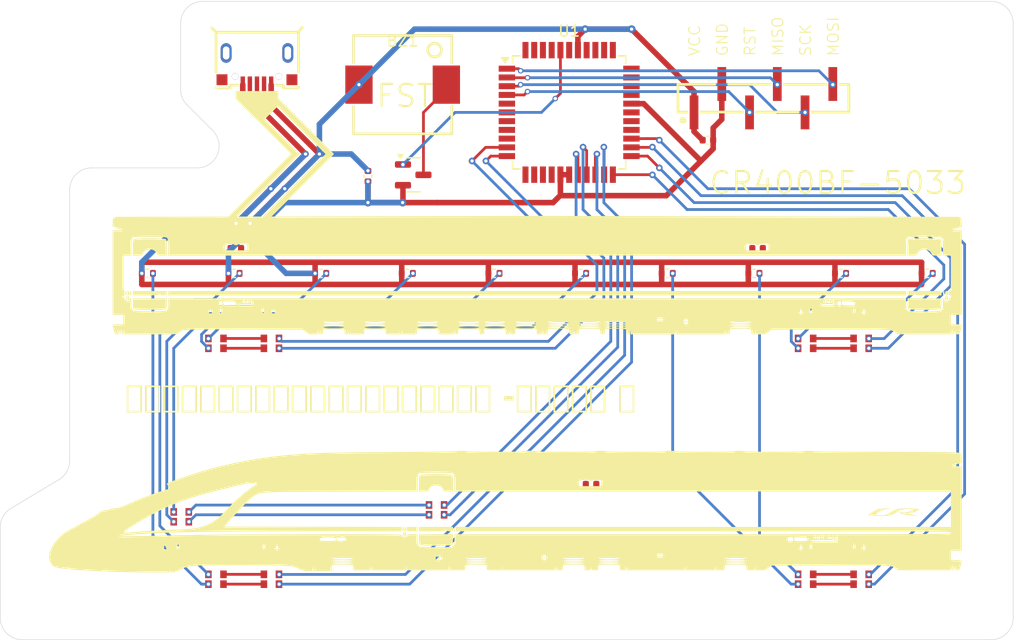
<source format=kicad_pcb>
(kicad_pcb (version 20240108) (generator "pcbnew") (generator_version "8.0")
  (layers (0 "F.Cu" signal) (31 "B.Cu" signal) (34 "B.Paste" user) (35 "F.Paste" user) (36 "B.SilkS" user "B.Silkscreen") (37 "F.SilkS" user "F.Silkscreen") (38 "B.Mask" user) (39 "F.Mask" user) (44 "Edge.Cuts" user))
  (net 0 "")
  (net 1 "Net-(D3-A1)")
  (net 2 "Net-(D3-A2)")
  (net 3 "Net-(D3-K1)")
  (net 4 "Net-(D3-K2)")
  (net 6 "VCC")
  (net 9 "3.1")
  (net 10 "3.6")
  (net 12 "3.7")
  (net 16 "GND")
  (net 17 "Net-(J1-Pin_3)")
  (net 18 "Net-(J1-Pin_5)")
  (net 19 "Net-(J1-Pin_6)")
  (net 21 "3.0")
  (net 24 "3.3")
  (net 26 "Net-(J1-Pin_4)")
  (net 27 "3.2")
  (net 28 "Net-(Q1-G)")
  (net 29 "Net-(D7-A1)")
  (net 30 "Net-(D7-K2)")
  (net 31 "Net-(D7-K1)")
  (net 32 "Net-(D7-A2)")
  (net 33 "Net-(D9-K1)")
  (net 34 "Net-(D10-K1)")
  (net 35 "Net-(D10-K2)")
  (net 36 "Net-(D9-K2)")
  (net 37 "Net-(D5-A1)")
  (net 38 "Net-(D5-A2)")
  (net 39 "Net-(D5-K1)")
  (net 40 "Net-(D5-K2)")
  (net 41 "Net-(D1-K1)")
  (net 42 "Net-(D1-K2)")
  (net 43 "Net-(D1-A2)")
  (net 44 "Net-(D1-A1)")
  (net 49 "Net-(BZ1--)")
  (net 56 "2.1")
  (net 57 "2.0")
  (net 58 "2.2")
  (net 59 "2.3")
  (net 60 "2.4")
  (net 61 "2.5")
  (net 62 "2.7")
  (net 63 "2.6")
  (net 72 "Net-(D6-A2)")
  (net 73 "Net-(D6-A1)")
  (footprint "hacky-holidays:LED-ARRAY-SMD_4P-L1.6-W1.5-BR-A" (layer "F.Cu") (at 92.13 106.23)
    (property "Reference" "D2" (hide yes))
    (property "Value" "LED_Dual_AKAK")
  )
  (footprint "hacky-holidays:R_0402_1005Metric" (layer "F.Cu") (at 96.634888 78.232)
    (property "Reference" "R3" (hide yes))
    (property "Value" "R_US")
  )
  (footprint "hacky-holidays:LED-ARRAY-SMD_4P-L1.6-W1.5-BR-A" (layer "F.Cu") (at 146.105 84.64)
    (property "Reference" "D8" (hide yes))
    (property "Value" "LED_Dual_AKAK")
  )
  (footprint "hacky-holidays:BUZ-SMD_FST-9018" (layer "F.Cu") (at 104.14 60.96)
    (property "Reference" "BZ1")
    (property "Value" "Buzzer")
  )
  (footprint "hacky-holidays:R_0402_1005Metric" (layer "F.Cu") (at 112.495776 78.232)
    (property "Reference" "R5" (hide yes))
    (property "Value" "R_US")
  )
  (footprint "hacky-holidays:LED-ARRAY-SMD_4P-L1.6-W1.5-BR-A" (layer "F.Cu") (at 107.243 99.88)
    (property "Reference" "D10" (hide yes))
    (property "Value" "LED_Dual_AKAK")
  )
  (footprint "hacky-holidays:CR400BF_tou" (layer "F.Cu") (at 154.94 105.41)
    (property "Reference" "REF**" (hide yes))
    (property "Value" "CR400BF_tou")
  )
  (footprint "hacky-holidays:LED-ARRAY-SMD_4P-L1.6-W1.5-BR-A" (layer "F.Cu") (at 141.025 106.23)
    (property "Reference" "D3" (hide yes))
    (property "Value" "LED_Dual_AKAK")
  )
  (footprint "hacky-holidays:LED-ARRAY-SMD_4P-L1.6-W1.5-BR-A" (layer "F.Cu") (at 146.105 106.23)
    (property "Reference" "D4" (hide yes))
    (property "Value" "LED_Dual_AKAK")
  )
  (footprint "hacky-holidays:R_0402_1005Metric" (layer "F.Cu") (at 136.287108 78.232)
    (property "Reference" "R8" (hide yes))
    (property "Value" "R_US")
  )
  (footprint "hacky-holidays:R_0402_1005Metric" (layer "F.Cu") (at 128.356664 78.232)
    (property "Reference" "R7" (hide yes))
    (property "Value" "R_US")
  )
  (footprint "hacky-holidays:C_0402_1005Metric" (layer "F.Cu") (at 132.08 66.04)
    (property "Reference" "C4" (hide yes))
    (property "Value" "C")
  )
  (footprint "hacky-holidays:R_0402_1005Metric" (layer "F.Cu") (at 88.704444 78.232)
    (property "Reference" "R2" (hide yes))
    (property "Value" "R_US")
  )
  (footprint "hacky-holidays:R_0402_1005Metric" (layer "F.Cu") (at 144.217552 78.232)
    (property "Reference" "R9" (hide yes))
    (property "Value" "R_US")
  )
  (footprint "hacky-holidays:LED-ARRAY-SMD_4P-L1.6-W1.5-BR-A" (layer "F.Cu") (at 87.05 84.64)
    (property "Reference" "D5" (hide yes))
    (property "Value" "LED_Dual_AKAK")
  )
  (footprint "hacky-holidays:C_0402_1005Metric" (layer "F.Cu") (at 136.624 75.946 180)
    (property "Reference" "C2" (hide yes))
    (property "Value" "C")
  )
  (footprint "hacky-holidays:R_0402_1005Metric" (layer "F.Cu") (at 120.42622 78.232)
    (property "Reference" "R6" (hide yes))
    (property "Value" "R_US")
  )
  (footprint "hacky-holidays:LED-ARRAY-SMD_4P-L1.6-W1.5-BR-A" (layer "F.Cu") (at 92.13 84.64)
    (property "Reference" "D6" (hide yes))
    (property "Value" "LED_Dual_AKAK")
  )
  (footprint "hacky-holidays:HDR-SMD_6P-P2.54-V-M-S4.8" (layer "F.Cu") (at 137.16 62.2)
    (property "Reference" "J1" (hide yes))
    (property "Value" "Conn_01x06")
  )
  (footprint "hacky-holidays:TQFP-44_10x10mm_P0.8mm" (layer "F.Cu") (at 119.38 63.5)
    (property "Reference" "U1")
    (property "Value" "AT89x51xxA")
  )
  (footprint "hacky-holidays:CR400BF_zhong" (layer "F.Cu") (at 154.94 83.82)
    (property "Reference" "REF**" (hide yes))
    (property "Value" "CR400BF_zhong")
  )
  (footprint "hacky-holidays:R_0402_1005Metric" (layer "F.Cu") (at 152.148 78.232)
    (property "Reference" "R10" (hide yes))
    (property "Value" "R_US")
  )
  (footprint "hacky-holidays:R_0402_1005Metric" (layer "F.Cu") (at 80.774 78.232)
    (property "Reference" "R1" (hide yes))
    (property "Value" "R_US")
  )
  (footprint "hacky-holidays:LED-ARRAY-SMD_4P-L1.6-W1.5-BR-A" (layer "F.Cu") (at 141.025 84.64)
    (property "Reference" "D7" (hide yes))
    (property "Value" "LED_Dual_AKAK")
  )
  (footprint "hacky-holidays:MountingHole_5mm" (layer "F.Cu") (at 153.67 59.69)
    (property "Reference" "REF**" (hide yes))
    (property "Value" "MountingHole_5mm")
  )
  (footprint "hacky-holidays:LED-ARRAY-SMD_4P-L1.6-W1.5-BR-A" (layer "F.Cu") (at 87.05 106.23)
    (property "Reference" "D1" (hide yes))
    (property "Value" "LED_Dual_AKAK")
  )
  (footprint "hacky-holidays:LED-ARRAY-SMD_4P-L1.6-W1.5-BR-A" (layer "F.Cu") (at 83.875 100.515)
    (property "Reference" "D9" (hide yes))
    (property "Value" "LED_Dual_AKAK")
  )
  (footprint "hacky-holidays:MICRO-USB-SMD_USB-MR-D-023" (layer "F.Cu") (at 90.805 59.51 180)
    (property "Reference" "J2" (hide yes))
    (property "Value" "USB_B_Micro")
  )
  (footprint "hacky-holidays:R_0402_1005Metric" (layer "F.Cu") (at 104.565332 78.232)
    (property "Reference" "R4" (hide yes))
    (property "Value" "R_US")
  )
  (footprint "hacky-holidays:SOT-23" (layer "F.Cu") (at 105.1052 69.215)
    (property "Reference" "Q1" (hide yes))
    (property "Value" "2N7002")
  )
  (footprint "hacky-holidays:C_0402_1005Metric" (layer "F.Cu") (at 88.872 75.946 180)
    (property "Reference" "C1" (hide yes))
    (property "Value" "C")
  )
  (footprint "hacky-holidays:C_0402_1005Metric" (layer "F.Cu") (at 121.384 97.536 180)
    (property "Reference" "C3" (hide yes))
    (property "Value" "C")
  )
  (footprint "hacky-holidays:C_0402_1005Metric" (layer "F.Cu") (at 100.965 69.342 -90)
    (property "Reference" "C5" (hide yes))
    (property "Value" "C")
  )
  (gr_poly (pts (xy 92.71 62.23) (xy 92.71 62.865) (xy 91.44 64.135) (xy 90.805 64.135) (xy 88.9 62.23)) (stroke (width 0.1)) (fill solid) (layer "F.SilkS"))
  (gr_poly (pts (xy 90.805 73.66) (xy 97.155 67.31) (xy 92.71 62.865) (xy 92.71 62.23) (xy 97.79 67.31) (xy 91.44 73.66)) (stroke (width 0.1)) (fill solid) (layer "F.SilkS"))
  (gr_poly (pts (xy 87.63 73.66) (xy 93.98 67.31) (xy 89.535 62.865) (xy 90.17 62.865) (xy 94.615 67.31) (xy 88.265 73.66)) (stroke (width 0.1)) (fill solid) (layer "F.SilkS"))
  (gr_poly (pts (xy 88.9 62.23) (xy 88.9 61.595) (xy 92.71 61.595) (xy 92.71 62.23)) (stroke (width 0.1)) (fill solid) (layer "F.SilkS"))
  (gr_arc (start 69.31 111.76) (mid 67.895786 111.174214) (end 67.31 109.76) (stroke (width 0.05)) (layer "Edge.Cuts"))
  (gr_line (start 68.281008 99.747395) (end 72.688992 97.102605) (stroke (width 0.05)) (layer "Edge.Cuts"))
  (gr_arc (start 84.405786 62.815786) (mid 83.97225 62.166938) (end 83.82 61.401573) (stroke (width 0.05)) (layer "Edge.Cuts"))
  (gr_arc (start 83.82 55.34) (mid 84.405786 53.925786) (end 85.82 53.34) (stroke (width 0.05)) (layer "Edge.Cuts"))
  (gr_line (start 85.82 53.34) (end 158.02 53.34) (stroke (width 0.05)) (layer "Edge.Cuts"))
  (gr_line (start 73.66 95.387619) (end 73.66 70.58) (stroke (width 0.05)) (layer "Edge.Cuts"))
  (gr_line (start 83.82 61.401573) (end 83.82 55.34) (stroke (width 0.05)) (layer "Edge.Cuts"))
  (gr_line (start 67.31 109.76) (end 67.31 101.462381) (stroke (width 0.05)) (layer "Edge.Cuts"))
  (gr_arc (start 73.66 70.58) (mid 74.245786 69.165786) (end 75.66 68.58) (stroke (width 0.05)) (layer "Edge.Cuts"))
  (gr_arc (start 86.756 65.165786) (mid 87.189546 67.345367) (end 85.341786 68.58) (stroke (width 0.05)) (layer "Edge.Cuts"))
  (gr_line (start 158.02 111.76) (end 69.31 111.76) (stroke (width 0.05)) (layer "Edge.Cuts"))
  (gr_line (start 86.756 65.165786) (end 84.405786 62.815786) (stroke (width 0.05)) (layer "Edge.Cuts"))
  (gr_arc (start 158.02 53.34) (mid 159.434214 53.925786) (end 160.02 55.34) (stroke (width 0.05)) (layer "Edge.Cuts"))
  (gr_line (start 160.02 55.34) (end 160.02 109.76) (stroke (width 0.05)) (layer "Edge.Cuts"))
  (gr_line (start 75.66 68.58) (end 85.341786 68.58) (stroke (width 0.05)) (layer "Edge.Cuts"))
  (gr_arc (start 73.66 95.387619) (mid 73.400393 96.37301) (end 72.688992 97.102605) (stroke (width 0.05)) (layer "Edge.Cuts"))
  (gr_arc (start 67.31 101.462381) (mid 67.569607 100.47699) (end 68.281008 99.747395) (stroke (width 0.05)) (layer "Edge.Cuts"))
  (gr_arc (start 160.02 109.76) (mid 159.434214 111.174214) (end 158.02 111.76) (stroke (width 0.05)) (layer "Edge.Cuts"))
  (gr_text "快门一按，行车中断。造成事故，移交法办。 -成都铁路局 宣" (at 78.74 90.805 0) (layer "F.SilkS") (effects (font (size 2 2) (thickness 0.4) (bold yes)) (justify left bottom)))
  (gr_text "CR400BF-5033" (at 132.08 71.12 0) (layer "F.SilkS") (effects (font (size 2 2) (thickness 0.2) (bold yes)) (justify left bottom)))
  (gr_text "VCC" (at 131.445 58.42 90) (layer "F.SilkS") (effects (font (size 1 1) (thickness 0.1)) (justify left bottom)))
  (gr_text "MOSI" (at 144.145 58.42 90) (layer "F.SilkS") (effects (font (size 1 1) (thickness 0.1)) (justify left bottom)))
  (gr_text "MISO" (at 139.065 58.42 90) (layer "F.SilkS") (effects (font (size 1 1) (thickness 0.1)) (justify left bottom)))
  (gr_text "SCK" (at 141.605 58.42 90) (layer "F.SilkS") (effects (font (size 1 1) (thickness 0.1)) (justify left bottom)))
  (gr_text "GND" (at 133.985 58.42 90) (layer "F.SilkS") (effects (font (size 1 1) (thickness 0.1)) (justify left bottom)))
  (gr_text "RST" (at 136.525 58.42 90) (layer "F.SilkS") (effects (font (size 1 1) (thickness 0.1)) (justify left bottom)))
  (segment (start 145.415 106.68) (end 141.715 106.68) (width 0.254) (layer "F.Cu") (net 1))
  (segment (start 141.715 105.78) (end 145.415 105.78) (width 0.254) (layer "F.Cu") (net 2))
  (segment (start 128.866664 78.232) (end 128.8542 78.232) (width 0.254) (layer "F.Cu") (net 3))
  (via (at 128.8542 78.232) (size 0.5) (drill 0.3) (layers "F.Cu" "B.Cu") (net 3))
  (via (at 140.335 106.68) (size 0.5) (drill 0.3) (layers "F.Cu" "B.Cu") (net 3))
  (segment (start 140.335 106.68) (end 139.7 106.68) (width 0.254) (layer "B.Cu") (net 3))
  (segment (start 139.7 106.68) (end 128.8542 95.8342) (width 0.254) (layer "B.Cu") (net 3))
  (segment (start 128.8542 95.8342) (end 128.8542 78.232) (width 0.254) (layer "B.Cu") (net 3))
  (segment (start 136.797108 78.232) (end 136.8044 78.232) (width 0.254) (layer "F.Cu") (net 4))
  (segment (start 140.335 105.78) (end 140.335 105.791) (width 0.254) (layer "F.Cu") (net 4))
  (via (at 136.8044 78.232) (size 0.5) (drill 0.3) (layers "F.Cu" "B.Cu") (net 4))
  (via (at 140.335 105.791) (size 0.5) (drill 0.3) (layers "F.Cu" "B.Cu") (net 4))
  (segment (start 140.335 105.791) (end 136.8044 102.2604) (width 0.254) (layer "B.Cu") (net 4))
  (segment (start 136.8044 102.2604) (end 136.8044 78.232) (width 0.254) (layer "B.Cu") (net 4))
  (segment (start 130.81 63.5) (end 130.81 65.25) (width 0.508) (layer "F.Cu") (net 6))
  (segment (start 120.18 57.8) (end 120.18 56.542) (width 0.508) (layer "F.Cu") (net 6))
  (segment (start 100.14 60.96) (end 100.076 60.96) (width 0.508) (layer "F.Cu") (net 6))
  (segment (start 92.105 62.895) (end 92.105 60.96) (width 0.508) (layer "F.Cu") (net 6))
  (segment (start 125.095 55.88) (end 130.81 61.595) (width 0.508) (layer "F.Cu") (net 6))
  (segment (start 90.17 73.66) (end 96.52 67.31) (width 0.508) (layer "F.Cu") (net 6))
  (segment (start 130.81 61.595) (end 130.81 63.5) (width 0.508) (layer "F.Cu") (net 6))
  (segment (start 120.18 56.542) (end 120.842 55.88) (width 0.508) (layer "F.Cu") (net 6))
  (segment (start 100.965 68.862) (end 100.965 68.834) (width 0.508) (layer "F.Cu") (net 6))
  (segment (start 96.52 67.31) (end 92.105 62.895) (width 0.508) (layer "F.Cu") (net 6))
  (segment (start 130.81 65.25) (end 131.6 66.04) (width 0.508) (layer "F.Cu") (net 6))
  (segment (start 120.842 55.88) (end 125.095 55.88) (width 0.508) (layer "F.Cu") (net 6))
  (via (at 93.345 70.485) (size 0.6) (drill 0.3) (layers "F.Cu" "B.Cu") (net 6))
  (via (at 90.17 73.66) (size 0.7) (drill 0.3) (layers "F.Cu" "B.Cu") (net 6))
  (via (at 100.14 60.96) (size 0.7) (drill 0.3) (layers "F.Cu" "B.Cu") (net 6))
  (via (at 125.095 55.88) (size 0.7) (drill 0.3) (layers "F.Cu" "B.Cu") (net 6))
  (via (at 96.52 67.31) (size 0.6) (drill 0.3) (layers "F.Cu" "B.Cu") (net 6))
  (via (at 120.842 55.88) (size 0.7) (drill 0.3) (layers "F.Cu" "B.Cu") (net 6))
  (via (at 100.965 68.834) (size 0.5) (drill 0.3) (layers "F.Cu" "B.Cu") (net 6))
  (segment (start 90.17 73.66) (end 96.52 67.31) (width 0.508) (layer "B.Cu") (net 6))
  (segment (start 100.14 60.96) (end 96.52 64.58) (width 0.508) (layer "B.Cu") (net 6))
  (segment (start 99.441 67.31) (end 100.965 68.834) (width 0.508) (layer "B.Cu") (net 6))
  (segment (start 96.52 64.58) (end 96.52 67.31) (width 0.508) (layer "B.Cu") (net 6))
  (segment (start 96.52 67.31) (end 99.441 67.31) (width 0.508) (layer "B.Cu") (net 6))
  (segment (start 105.22 55.88) (end 100.14 60.96) (width 0.508) (layer "B.Cu") (net 6))
  (segment (start 125.095 55.88) (end 106.68 55.88) (width 0.508) (layer "B.Cu") (net 6))
  (segment (start 106.68 55.88) (end 105.22 55.88) (width 0.508) (layer "B.Cu") (net 6))
  (segment (start 132.56 64.925) (end 133.35 64.135) (width 0.508) (layer "F.Cu") (net 16))
  (segment (start 111.985776 78.232) (end 111.985776 79.243776) (width 0.508) (layer "F.Cu") (net 16))
  (segment (start 104.14 71.755) (end 100.965 71.755) (width 0.508) (layer "F.Cu") (net 16))
  (segment (start 117.907 71.755) (end 107.315 71.755) (width 0.508) (layer "F.Cu") (net 16))
  (segment (start 135.758 79.248) (end 127.811 79.248) (width 0.508) (layer "F.Cu") (net 16))
  (segment (start 118.58 71.082) (end 117.907 71.755) (width 0.508) (layer "F.Cu") (net 16))
  (segment (start 135.777108 78.232) (end 135.777108 79.228892) (width 0.508) (layer "F.Cu") (net 16))
  (segment (start 118.58 69.2) (end 118.58 71.082) (width 0.508) (layer "F.Cu") (net 16))
  (segment (start 132.56 66.83) (end 131.445 67.945) (width 0.508) (layer "F.Cu") (net 16))
  (segment (start 88.194444 78.232) (end 88.194444 77.272444) (width 0.508) (layer "F.Cu") (net 16))
  (segment (start 96.124888 78.232) (end 96.124888 77.357112) (width 0.508) (layer "F.Cu") (net 16))
  (segment (start 95.25 67.31) (end 90.17 62.23) (width 0.508) (layer "F.Cu") (net 16))
  (segment (start 80.264 77.216) (end 151.638 77.216) (width 0.508) (layer "F.Cu") (net 16))
  (segment (start 104.1677 70.165) (end 104.1677 71.7273) (width 0.508) (layer "F.Cu") (net 16))
  (segment (start 132.56 66.04) (end 132.56 66.83) (width 0.508) (layer "F.Cu") (net 16))
  (segment (start 126.2 62.7) (end 131.445 67.945) (width 0.508) (layer "F.Cu") (net 16))
  (segment (start 88.194444 78.232) (end 88.194444 79.227556) (width 0.508) (layer "F.Cu") (net 16))
  (segment (start 151.638 77.216) (end 151.638 78.232) (width 0.508) (layer "F.Cu") (net 16))
  (segment (start 151.638 79.248) (end 143.765 79.248) (width 0.508) (layer "F.Cu") (net 16))
  (segment (start 119.38 69.2) (end 118.58 69.2) (width 0.508) (layer "F.Cu") (net 16))
  (segment (start 127.811 79.248) (end 119.909 79.248) (width 0.508) (layer "F.Cu") (net 16))
  (segment (start 88.9 73.66) (end 95.25 67.31) (width 0.508) (layer "F.Cu") (net 16))
  (segment (start 119.91622 78.232) (end 119.91622 77.24422) (width 0.508) (layer "F.Cu") (net 16))
  (segment (start 90.17 62.23) (end 89.517 62.23) (width 0.508) (layer "F.Cu") (net 16))
  (segment (start 119.909 79.248) (end 111.99 79.248) (width 0.508) (layer "F.Cu") (net 16))
  (segment (start 120.65 71.12) (end 128.27 71.12) (width 0.508) (layer "F.Cu") (net 16))
  (segment (start 104.055332 78.232) (end 104.055332 77.300668) (width 0.508) (layer "F.Cu") (net 16))
  (segment (start 89.517 62.23) (end 89.505 62.218) (width 0.508) (layer "F.Cu") (net 16))
  (segment (start 132.56 66.04) (end 132.56 64.925) (width 0.508) (layer "F.Cu") (net 16))
  (segment (start 100.965 69.822) (end 100.965 71.755) (width 0.508) (layer "F.Cu") (net 16))
  (segment (start 143.765 79.248) (end 135.758 79.248) (width 0.508) (layer "F.Cu") (net 16))
  (segment (start 111.985776 78.232) (end 111.985776 77.244224) (width 0.508) (layer "F.Cu") (net 16))
  (segment (start 119.91622 78.232) (end 119.91622 79.24078) (width 0.508) (layer "F.Cu") (net 16))
  (segment (start 127.846664 78.232) (end 127.846664 77.385336) (width 0.508) (layer "F.Cu") (net 16))
  (segment (start 111.99 79.248) (end 104.069 79.248) (width 0.508) (layer "F.Cu") (net 16))
  (segment (start 143.707552 78.232) (end 143.707552 79.190552) (width 0.508) (layer "F.Cu") (net 16))
  (segment (start 104.055332 78.232) (end 104.055332 79.234332) (width 0.508) (layer "F.Cu") (net 16))
  (segment (start 107.315 71.755) (end 104.14 71.755) (width 0.508) (layer "F.Cu") (net 16))
  (segment (start 151.638 78.232) (end 151.638 79.248) (width 0.508) (layer "F.Cu") (net 16))
  (segment (start 143.707552 78.232) (end 143.707552 77.273448) (width 0.508) (layer "F.Cu") (net 16))
  (segment (start 125.08 62.7) (end 126.2 62.7) (width 0.508) (layer "F.Cu") (net 16))
  (segment (start 135.777108 78.232) (end 135.777108 77.328892) (width 0.508) (layer "F.Cu") (net 16))
  (segment (start 118.618 71.12) (end 120.65 71.12) (width 0.508) (layer "F.Cu") (net 16))
  (segment (start 88.174 79.248) (end 80.264 79.248) (width 0.508) (layer "F.Cu") (net 16))
  (segment (start 96.12 79.248) (end 88.174 79.248) (width 0.508) (layer "F.Cu") (net 16))
  (segment (start 133.35 60.9) (end 133.35 64.135) (width 0.508) (layer "F.Cu") (net 16))
  (segment (start 104.069 79.248) (end 96.12 79.248) (width 0.508) (layer "F.Cu") (net 16))
  (segment (start 131.445 67.945) (end 128.27 71.12) (width 0.508) (layer "F.Cu") (net 16))
  (segment (start 80.264 78.232) (end 80.264 77.216) (width 0.508) (layer "F.Cu") (net 16))
  (segment (start 127.846664 78.232) (end 127.846664 79.212336) (width 0.508) (layer "F.Cu") (net 16))
  (segment (start 89.505 62.218) (end 89.505 60.96) (width 0.508) (layer "F.Cu") (net 16))
  (segment (start 80.264 79.248) (end 80.264 78.232) (width 0.508) (layer "F.Cu") (net 16))
  (segment (start 96.124888 78.232) (end 96.124888 79.243112) (width 0.508) (layer "F.Cu") (net 16))
  (via (at 104.14 71.755) (size 0.7) (drill 0.3) (layers "F.Cu" "B.Cu") (net 16))
  (via (at 96.124888 78.232) (size 0.5) (drill 0.3) (layers "F.Cu" "B.Cu") (net 16))
  (via (at 88.194444 78.232) (size 0.5) (drill 0.3) (layers "F.Cu" "B.Cu") (net 16))
  (via (at 80.264 78.232) (size 0.5) (drill 0.3) (layers "F.Cu" "B.Cu") (net 16))
  (via (at 92.075 70.485) (size 0.6) (drill 0.3) (layers "F.Cu" "B.Cu") (net 16))
  (via (at 100.965 69.822) (size 0.5) (drill 0.3) (layers "F.Cu" "B.Cu") (net 16))
  (via (at 95.25 67.31) (size 0.6) (drill 0.3) (layers "F.Cu" "B.Cu") (net 16))
  (via (at 100.965 71.755) (size 0.7) (drill 0.3) (layers "F.Cu" "B.Cu") (net 16))
  (via (at 88.9 73.66) (size 0.7) (drill 0.3) (layers "F.Cu" "B.Cu") (net 16))
  (segment (start 88.9 73.66) (end 88.9 74.295) (width 0.508) (layer "B.Cu") (net 16))
  (segment (start 100.965 69.822) (end 100.965 71.755) (width 0.508) (layer "B.Cu") (net 16))
  (segment (start 83.82 73.66) (end 88.9 73.66) (width 0.508) (layer "B.Cu") (net 16))
  (segment (start 89.535 74.93) (end 90.17 74.93) (width 0.508) (layer "B.Cu") (net 16))
  (segment (start 80.264 78.232) (end 80.264 77.216) (width 0.508) (layer "B.Cu") (net 16))
  (segment (start 88.9 73.66) (end 95.25 67.31) (width 0.508) (layer "B.Cu") (net 16))
  (segment (start 93.345 71.755) (end 104.14 71.755) (width 0.508) (layer "B.Cu") (net 16))
  (segment (start 90.17 74.93) (end 93.345 71.755) (width 0.508) (layer "B.Cu") (net 16))
  (segment (start 88.194444 76.270556) (end 89.535 74.93) (width 0.508) (layer "B.Cu") (net 16))
  (segment (start 93.472 78.232) (end 90.17 74.93) (width 0.508) (layer "B.Cu") (net 16))
  (segment (start 96.124888 78.232) (end 93.472 78.232) (width 0.508) (layer "B.Cu") (net 16))
  (segment (start 80.264 77.216) (end 83.82 73.66) (width 0.508) (layer "B.Cu") (net 16))
  (segment (start 88.194444 78.232) (end 88.194444 76.270556) (width 0.508) (layer "B.Cu") (net 16))
  (segment (start 88.9 74.295) (end 89.535 74.93) (width 0.508) (layer "B.Cu") (net 16))
  (segment (start 115.265 61.9) (end 115.57 61.595) (width 0.254) (layer "F.Cu") (net 17))
  (segment (start 113.68 61.9) (end 115.265 61.9) (width 0.254) (layer "F.Cu") (net 17))
  (via (at 135.89 63.5) (size 0.6) (drill 0.3) (layers "F.Cu" "B.Cu") (net 17))
  (via (at 115.57 61.595) (size 0.5) (drill 0.3) (layers "F.Cu" "B.Cu") (net 17))
  (segment (start 115.57 61.595) (end 133.985 61.595) (width 0.254) (layer "B.Cu") (net 17))
  (segment (start 133.985 61.595) (end 135.89 63.5) (width 0.254) (layer "B.Cu") (net 17))
  (segment (start 113.68 61.1) (end 114.795 61.1) (width 0.254) (layer "F.Cu") (net 18))
  (segment (start 114.795 61.1) (end 114.935 60.96) (width 0.254) (layer "F.Cu") (net 18))
  (via (at 140.97 63.5) (size 0.6) (drill 0.3) (layers "F.Cu" "B.Cu") (net 18))
  (via (at 114.935 60.96) (size 0.5) (drill 0.3) (layers "F.Cu" "B.Cu") (net 18))
  (segment (start 135.89 60.96) (end 114.935 60.96) (width 0.254) (layer "B.Cu") (net 18))
  (segment (start 138.43 63.5) (end 135.89 60.96) (width 0.254) (layer "B.Cu") (net 18))
  (segment (start 140.97 63.5) (end 138.43 63.5) (width 0.254) (layer "B.Cu") (net 18))
  (segment (start 113.68 59.5) (end 114.745 59.5) (width 0.254) (layer "F.Cu") (net 19))
  (segment (start 114.745 59.5) (end 114.935 59.69) (width 0.254) (layer "F.Cu") (net 19))
  (segment (start 143.51 60.9) (end 143.51 60.96) (width 0.254) (layer "F.Cu") (net 19))
  (via (at 143.51 60.96) (size 0.6) (drill 0.3) (layers "F.Cu" "B.Cu") (net 19))
  (via (at 114.935 59.69) (size 0.5) (drill 0.3) (layers "F.Cu" "B.Cu") (net 19))
  (segment (start 114.935 59.69) (end 142.24 59.69) (width 0.254) (layer "B.Cu") (net 19))
  (segment (start 142.24 59.69) (end 143.51 60.96) (width 0.254) (layer "B.Cu") (net 19))
  (segment (start 113.705 60.325) (end 115.57 60.325) (width 0.254) (layer "F.Cu") (net 26))
  (segment (start 113.68 60.3) (end 113.705 60.325) (width 0.254) (layer "F.Cu") (net 26))
  (segment (start 138.43 60.9) (end 138.43 60.96) (width 0.254) (layer "F.Cu") (net 26))
  (via (at 138.43 60.96) (size 0.6) (drill 0.3) (layers "F.Cu" "B.Cu") (net 26))
  (via (at 115.57 60.325) (size 0.5) (drill 0.3) (layers "F.Cu" "B.Cu") (net 26))
  (segment (start 137.795 60.325) (end 138.43 60.96) (width 0.254) (layer "B.Cu") (net 26))
  (segment (start 115.57 60.325) (end 137.795 60.325) (width 0.254) (layer "B.Cu") (net 26))
  (segment (start 104.1677 68.2729) (end 104.1654 68.2752) (width 0.254) (layer "F.Cu") (net 28))
  (segment (start 118.58 57.8) (end 118.58 61.76) (width 0.254) (layer "F.Cu") (net 28))
  (segment (start 118.58 61.76) (end 118.11 62.23) (width 0.254) (layer "F.Cu") (net 28))
  (segment (start 104.1677 68.265) (end 104.1677 68.2729) (width 0.254) (layer "F.Cu") (net 28))
  (via (at 104.1654 68.2752) (size 0.5) (drill 0.3) (layers "F.Cu" "B.Cu") (net 28))
  (via (at 118.11 62.23) (size 0.5) (drill 0.3) (layers "F.Cu" "B.Cu") (net 28))
  (segment (start 108.9406 63.5) (end 104.1654 68.2752) (width 0.254) (layer "B.Cu") (net 28))
  (segment (start 116.84 63.5) (end 108.9406 63.5) (width 0.254) (layer "B.Cu") (net 28))
  (segment (start 118.11 62.23) (end 116.84 63.5) (width 0.254) (layer "B.Cu") (net 28))
  (segment (start 141.715 85.09) (end 145.415 85.09) (width 0.254) (layer "F.Cu") (net 29))
  (segment (start 140.335 84.19) (end 140.335 84.201) (width 0.254) (layer "F.Cu") (net 30))
  (segment (start 152.658 78.232) (end 152.654 78.232) (width 0.254) (layer "F.Cu") (net 30))
  (via (at 152.654 78.232) (size 0.5) (drill 0.3) (layers "F.Cu" "B.Cu") (net 30))
  (via (at 140.335 84.201) (size 0.5) (drill 0.3) (layers "F.Cu" "B.Cu") (net 30))
  (segment (start 141.351 83.185) (end 147.701 83.185) (width 0.254) (layer "B.Cu") (net 30))
  (segment (start 147.701 83.185) (end 152.654 78.232) (width 0.254) (layer "B.Cu") (net 30))
  (segment (start 140.335 84.201) (end 141.351 83.185) (width 0.254) (layer "B.Cu") (net 30))
  (segment (start 144.727552 78.232) (end 144.7292 78.232) (width 0.254) (layer "F.Cu") (net 31))
  (via (at 144.7292 78.232) (size 0.5) (drill 0.3) (layers "F.Cu" "B.Cu") (net 31))
  (via (at 140.335 85.09) (size 0.5) (drill 0.3) (layers "F.Cu" "B.Cu") (net 31))
  (segment (start 139.708 83.2532) (end 144.7292 78.232) (width 0.254) (layer "B.Cu") (net 31))
  (segment (start 140.335 85.09) (end 139.708 84.463) (width 0.254) (layer "B.Cu") (net 31))
  (segment (start 139.708 84.463) (end 139.708 83.2532) (width 0.254) (layer "B.Cu") (net 31))
  (segment (start 141.715 84.19) (end 145.415 84.19) (width 0.254) (layer "F.Cu") (net 32))
  (segment (start 97.144888 78.232) (end 97.155 78.232) (width 0.254) (layer "F.Cu") (net 33))
  (via (at 83.185 100.965) (size 0.5) (drill 0.3) (layers "F.Cu" "B.Cu") (net 33))
  (via (at 97.155 78.232) (size 0.5) (drill 0.3) (layers "F.Cu" "B.Cu") (net 33))
  (segment (start 94.107 81.28) (end 97.155 78.232) (width 0.254) (layer "B.Cu") (net 33))
  (segment (start 82.55 84.455) (end 85.725 81.28) (width 0.254) (layer "B.Cu") (net 33))
  (segment (start 82.55 100.33) (end 82.55 84.455) (width 0.254) (layer "B.Cu") (net 33))
  (segment (start 85.725 81.28) (end 94.107 81.28) (width 0.254) (layer "B.Cu") (net 33))
  (segment (start 83.185 100.965) (end 82.55 100.33) (width 0.254) (layer "B.Cu") (net 33))
  (segment (start 84.565 100.965) (end 84.582 100.965) (width 0.254) (layer "F.Cu") (net 34))
  (via (at 84.582 100.965) (size 0.5) (drill 0.3) (layers "F.Cu" "B.Cu") (net 34))
  (via (at 106.553 100.33) (size 0.5) (drill 0.3) (layers "F.Cu" "B.Cu") (net 34))
  (segment (start 84.582 100.965) (end 85.217 100.33) (width 0.254) (layer "B.Cu") (net 34))
  (segment (start 85.217 100.33) (end 106.553 100.33) (width 0.254) (layer "B.Cu") (net 34))
  (segment (start 106.553 99.43) (end 106.553 99.441) (width 0.254) (layer "F.Cu") (net 35))
  (segment (start 84.571 100.065) (end 84.582 100.076) (width 0.254) (layer "F.Cu") (net 35))
  (segment (start 84.565 100.065) (end 84.571 100.065) (width 0.254) (layer "F.Cu") (net 35))
  (via (at 84.582 100.076) (size 0.5) (drill 0.3) (layers "F.Cu" "B.Cu") (net 35))
  (via (at 106.553 99.441) (size 0.5) (drill 0.3) (layers "F.Cu" "B.Cu") (net 35))
  (segment (start 85.217 99.441) (end 84.582 100.076) (width 0.254) (layer "B.Cu") (net 35))
  (segment (start 106.553 99.441) (end 85.217 99.441) (width 0.254) (layer "B.Cu") (net 35))
  (segment (start 105.075332 78.232) (end 105.0798 78.232) (width 0.254) (layer "F.Cu") (net 36))
  (segment (start 83.185 100.065) (end 83.185 100.076) (width 0.254) (layer "F.Cu") (net 36))
  (via (at 83.185 100.076) (size 0.5) (drill 0.3) (layers "F.Cu" "B.Cu") (net 36))
  (via (at 105.0798 78.232) (size 0.5) (drill 0.3) (layers "F.Cu" "B.Cu") (net 36))
  (segment (start 83.185 85.09) (end 86.36 81.915) (width 0.254) (layer "B.Cu") (net 36))
  (segment (start 83.185 100.076) (end 83.185 85.09) (width 0.254) (layer "B.Cu") (net 36))
  (segment (start 101.3968 81.915) (end 105.0798 78.232) (width 0.254) (layer "B.Cu") (net 36))
  (segment (start 86.36 81.915) (end 101.3968 81.915) (width 0.254) (layer "B.Cu") (net 36))
  (segment (start 87.74 85.09) (end 91.44 85.09) (width 0.254) (layer "F.Cu") (net 37))
  (segment (start 87.74 84.19) (end 91.44 84.19) (width 0.254) (layer "F.Cu") (net 38))
  (segment (start 113.005776 78.232) (end 113.0046 78.232) (width 0.254) (layer "F.Cu") (net 39))
  (via (at 86.36 85.09) (size 0.5) (drill 0.3) (layers "F.Cu" "B.Cu") (net 39))
  (via (at 113.0046 78.232) (size 0.5) (drill 0.3) (layers "F.Cu" "B.Cu") (net 39))
  (segment (start 85.733 83.828) (end 85.733 84.463) (width 0.254) (layer "B.Cu") (net 39))
  (segment (start 108.6866 82.55) (end 87.011 82.55) (width 0.254) (layer "B.Cu") (net 39))
  (segment (start 113.0046 78.232) (end 108.6866 82.55) (width 0.254) (layer "B.Cu") (net 39))
  (segment (start 85.733 84.463) (end 86.36 85.09) (width 0.254) (layer "B.Cu") (net 39))
  (segment (start 87.011 82.55) (end 85.733 83.828) (width 0.254) (layer "B.Cu") (net 39))
  (segment (start 86.36 84.19) (end 86.36 84.201) (width 0.254) (layer "F.Cu") (net 40))
  (segment (start 120.93622 78.232) (end 120.9294 78.232) (width 0.254) (layer "F.Cu") (net 40))
  (via (at 120.9294 78.232) (size 0.5) (drill 0.3) (layers "F.Cu" "B.Cu") (net 40))
  (via (at 86.36 84.201) (size 0.5) (drill 0.3) (layers "F.Cu" "B.Cu") (net 40))
  (segment (start 87.376 83.185) (end 115.9764 83.185) (width 0.254) (layer "B.Cu") (net 40))
  (segment (start 86.36 84.201) (end 87.376 83.185) (width 0.254) (layer "B.Cu") (net 40))
  (segment (start 115.9764 83.185) (end 120.9294 78.232) (width 0.254) (layer "B.Cu") (net 40))
  (segment (start 81.284 78.232) (end 81.28 78.232) (width 0.254) (layer "F.Cu") (net 41))
  (via (at 86.36 106.68) (size 0.5) (drill 0.3) (layers "F.Cu" "B.Cu") (net 41))
  (via (at 81.28 78.232) (size 0.5) (drill 0.3) (layers "F.Cu" "B.Cu") (net 41))
  (segment (start 86.36 106.68) (end 85.725 106.68) (width 0.254) (layer "B.Cu") (net 41))
  (segment (start 81.28 102.235) (end 81.28 78.232) (width 0.254) (layer "B.Cu") (net 41))
  (segment (start 85.725 106.68) (end 81.28 102.235) (width 0.254) (layer "B.Cu") (net 41))
  (segment (start 86.36 105.78) (end 86.36 105.791) (width 0.254) (layer "F.Cu") (net 42))
  (segment (start 89.214444 78.232) (end 89.2048 78.232) (width 0.254) (layer "F.Cu") (net 42))
  (via (at 86.36 105.791) (size 0.5) (drill 0.3) (layers "F.Cu" "B.Cu") (net 42))
  (via (at 89.2048 78.232) (size 0.5) (drill 0.3) (layers "F.Cu" "B.Cu") (net 42))
  (segment (start 81.915 83.82) (end 81.915 101.346) (width 0.254) (layer "B.Cu") (net 42))
  (segment (start 85.09 80.645) (end 81.915 83.82) (width 0.254) (layer "B.Cu") (net 42))
  (segment (start 86.7918 80.645) (end 85.09 80.645) (width 0.254) (layer "B.Cu") (net 42))
  (segment (start 89.2048 78.232) (end 86.7918 80.645) (width 0.254) (layer "B.Cu") (net 42))
  (segment (start 81.915 101.346) (end 86.36 105.791) (width 0.254) (layer "B.Cu") (net 42))
  (segment (start 87.74 105.78) (end 91.44 105.78) (width 0.254) (layer "F.Cu") (net 43))
  (segment (start 91.44 106.68) (end 87.74 106.68) (width 0.254) (layer "F.Cu") (net 44))
  (segment (start 108.14 60.96) (end 108.204 60.96) (width 0.254) (layer "F.Cu") (net 49))
  (segment (start 106.0427 63.5023) (end 106.0427 69.215) (width 0.254) (layer "F.Cu") (net 49))
  (segment (start 106.0427 69.215) (end 106.045 69.215) (width 0.254) (layer "F.Cu") (net 49))
  (segment (start 108.14 61.405) (end 106.0427 63.5023) (width 0.254) (layer "F.Cu") (net 49))
  (segment (start 108.14 60.96) (end 108.14 61.405) (width 0.254) (layer "F.Cu") (net 49))
  (segment (start 107.933 100.22) (end 107.95 100.203) (width 0.254) (layer "F.Cu") (net 56))
  (segment (start 107.933 100.33) (end 107.933 100.22) (width 0.254) (layer "F.Cu") (net 56))
  (segment (start 120.98 69.2) (end 120.98 67.005) (width 0.254) (layer "F.Cu") (net 56))
  (segment (start 120.98 67.005) (end 120.65 66.675) (width 0.254) (layer "F.Cu") (net 56))
  (via (at 120.65 66.675) (size 0.6) (drill 0.3) (layers "F.Cu" "B.Cu") (net 56))
  (via (at 107.933 100.33) (size 0.5) (drill 0.3) (layers "F.Cu" "B.Cu") (net 56))
  (segment (start 108.487 100.33) (end 107.933 100.33) (width 0.254) (layer "B.Cu") (net 56))
  (segment (start 123.825 75.565) (end 123.825 84.992) (width 0.254) (layer "B.Cu") (net 56))
  (segment (start 120.65 72.39) (end 123.825 75.565) (width 0.254) (layer "B.Cu") (net 56))
  (segment (start 120.65 66.675) (end 120.65 72.39) (width 0.254) (layer "B.Cu") (net 56))
  (segment (start 123.825 84.992) (end 108.487 100.33) (width 0.254) (layer "B.Cu") (net 56))
  (segment (start 120.18 69.2) (end 120.18 67.475) (width 0.254) (layer "F.Cu") (net 57))
  (segment (start 107.939 99.43) (end 107.95 99.441) (width 0.254) (layer "F.Cu") (net 57))
  (segment (start 107.933 99.43) (end 107.939 99.43) (width 0.254) (layer "F.Cu") (net 57))
  (segment (start 120.18 67.475) (end 120.015 67.31) (width 0.254) (layer "F.Cu") (net 57))
  (via (at 107.95 99.441) (size 0.5) (drill 0.3) (layers "F.Cu" "B.Cu") (net 57))
  (via (at 120.015 67.31) (size 0.6) (drill 0.3) (layers "F.Cu" "B.Cu") (net 57))
  (segment (start 123.19 76.2) (end 120.015 73.025) (width 0.254) (layer "B.Cu") (net 57))
  (segment (start 108.204 99.441) (end 123.19 84.455) (width 0.254) (layer "B.Cu") (net 57))
  (segment (start 123.19 84.455) (end 123.19 76.2) (width 0.254) (layer "B.Cu") (net 57))
  (segment (start 107.95 99.441) (end 108.204 99.441) (width 0.254) (layer "B.Cu") (net 57))
  (segment (start 120.015 73.025) (end 120.015 67.31) (width 0.254) (layer "B.Cu") (net 57))
  (segment (start 121.78 69.2) (end 121.78 67.45) (width 0.254) (layer "F.Cu") (net 58))
  (segment (start 92.826 105.78) (end 92.837 105.791) (width 0.254) (layer "F.Cu") (net 58))
  (segment (start 121.78 67.45) (end 121.92 67.31) (width 0.254) (layer "F.Cu") (net 58))
  (segment (start 92.82 105.78) (end 92.826 105.78) (width 0.254) (layer "F.Cu") (net 58))
  (via (at 92.837 105.791) (size 0.5) (drill 0.3) (layers "F.Cu" "B.Cu") (net 58))
  (via (at 121.92 67.31) (size 0.6) (drill 0.3) (layers "F.Cu" "B.Cu") (net 58))
  (segment (start 92.837 105.791) (end 104.394 105.791) (width 0.254) (layer "B.Cu") (net 58))
  (segment (start 124.46 85.725) (end 124.46 74.93) (width 0.254) (layer "B.Cu") (net 58))
  (segment (start 121.92 72.39) (end 121.92 67.31) (width 0.254) (layer "B.Cu") (net 58))
  (segment (start 124.46 74.93) (end 121.92 72.39) (width 0.254) (layer "B.Cu") (net 58))
  (segment (start 104.394 105.791) (end 124.46 85.725) (width 0.254) (layer "B.Cu") (net 58))
  (segment (start 122.58 69.2) (end 122.58 66.7) (width 0.254) (layer "F.Cu") (net 59))
  (segment (start 92.82 106.68) (end 92.837 106.68) (width 0.254) (layer "F.Cu") (net 59))
  (segment (start 122.58 66.7) (end 122.555 66.675) (width 0.254) (layer "F.Cu") (net 59))
  (via (at 92.837 106.68) (size 0.5) (drill 0.3) (layers "F.Cu" "B.Cu") (net 59))
  (via (at 122.555 66.675) (size 0.6) (drill 0.3) (layers "F.Cu" "B.Cu") (net 59))
  (segment (start 125.095 86.36) (end 104.775 106.68) (width 0.254) (layer "B.Cu") (net 59))
  (segment (start 104.775 106.68) (end 92.837 106.68) (width 0.254) (layer "B.Cu") (net 59))
  (segment (start 122.555 66.675) (end 122.555 71.755) (width 0.254) (layer "B.Cu") (net 59))
  (segment (start 122.555 71.755) (end 125.095 74.295) (width 0.254) (layer "B.Cu") (net 59))
  (segment (start 125.095 74.295) (end 125.095 86.36) (width 0.254) (layer "B.Cu") (net 59))
  (segment (start 146.795 84.19) (end 146.801 84.19) (width 0.254) (layer "F.Cu") (net 60))
  (segment (start 126.985 69.2) (end 127 69.215) (width 0.254) (layer "F.Cu") (net 60))
  (segment (start 146.801 84.19) (end 146.812 84.201) (width 0.254) (layer "F.Cu") (net 60))
  (segment (start 123.38 69.2) (end 126.985 69.2) (width 0.254) (layer "F.Cu") (net 60))
  (via (at 127 69.215) (size 0.6) (drill 0.3) (layers "F.Cu" "B.Cu") (net 60))
  (via (at 146.812 84.201) (size 0.5) (drill 0.3) (layers "F.Cu" "B.Cu") (net 60))
  (segment (start 153.67 77.47) (end 148.59 72.39) (width 0.254) (layer "B.Cu") (net 60))
  (segment (start 146.812 84.201) (end 148.209 84.201) (width 0.254) (layer "B.Cu") (net 60))
  (segment (start 130.175 72.39) (end 127 69.215) (width 0.254) (layer "B.Cu") (net 60))
  (segment (start 148.59 72.39) (end 130.175 72.39) (width 0.254) (layer "B.Cu") (net 60))
  (segment (start 148.209 84.201) (end 153.67 78.74) (width 0.254) (layer "B.Cu") (net 60))
  (segment (start 153.67 78.74) (end 153.67 77.47) (width 0.254) (layer "B.Cu") (net 60))
  (segment (start 146.795 85.09) (end 146.812 85.09) (width 0.254) (layer "F.Cu") (net 61))
  (segment (start 125.08 67.5) (end 126.555 67.5) (width 0.254) (layer "F.Cu") (net 61))
  (segment (start 126.555 67.5) (end 127.635 68.58) (width 0.254) (layer "F.Cu") (net 61))
  (via (at 127.635 68.58) (size 0.6) (drill 0.3) (layers "F.Cu" "B.Cu") (net 61))
  (via (at 146.812 85.09) (size 0.5) (drill 0.3) (layers "F.Cu" "B.Cu") (net 61))
  (segment (start 148.59 85.09) (end 154.305 79.375) (width 0.254) (layer "B.Cu") (net 61))
  (segment (start 130.81 71.755) (end 127.635 68.58) (width 0.254) (layer "B.Cu") (net 61))
  (segment (start 149.225 71.755) (end 130.81 71.755) (width 0.254) (layer "B.Cu") (net 61))
  (segment (start 146.812 85.09) (end 148.59 85.09) (width 0.254) (layer "B.Cu") (net 61))
  (segment (start 154.305 79.375) (end 154.305 76.835) (width 0.254) (layer "B.Cu") (net 61))
  (segment (start 154.305 76.835) (end 149.225 71.755) (width 0.254) (layer "B.Cu") (net 61))
  (segment (start 126.505 65.9) (end 127.495 65.9) (width 0.254) (layer "F.Cu") (net 62))
  (segment (start 146.795 106.68) (end 146.812 106.68) (width 0.254) (layer "F.Cu") (net 62))
  (segment (start 125.08 65.9) (end 126.505 65.9) (width 0.254) (layer "F.Cu") (net 62))
  (segment (start 127.495 65.9) (end 127.635 66.04) (width 0.254) (layer "F.Cu") (net 62))
  (via (at 127.635 66.04) (size 0.6) (drill 0.3) (layers "F.Cu" "B.Cu") (net 62))
  (via (at 146.812 106.68) (size 0.5) (drill 0.3) (layers "F.Cu" "B.Cu") (net 62))
  (segment (start 155.575 75.565) (end 150.495 70.485) (width 0.254) (layer "B.Cu") (net 62))
  (segment (start 147.32 106.68) (end 146.812 106.68) (width 0.254) (layer "B.Cu") (net 62))
  (segment (start 132.08 70.485) (end 127.635 66.04) (width 0.254) (layer "B.Cu") (net 62))
  (segment (start 155.575 98.425) (end 155.575 75.565) (width 0.254) (layer "B.Cu") (net 62))
  (segment (start 150.495 70.485) (end 132.08 70.485) (width 0.254) (layer "B.Cu") (net 62))
  (segment (start 155.575 98.425) (end 147.32 106.68) (width 0.254) (layer "B.Cu") (net 62))
  (segment (start 126.975 66.7) (end 127 66.675) (width 0.254) (layer "F.Cu") (net 63))
  (segment (start 146.795 105.78) (end 146.801 105.78) (width 0.254) (layer "F.Cu") (net 63))
  (segment (start 146.801 105.78) (end 146.812 105.791) (width 0.254) (layer "F.Cu") (net 63))
  (segment (start 125.08 66.7) (end 126.975 66.7) (width 0.254) (layer "F.Cu") (net 63))
  (via (at 127 66.675) (size 0.6) (drill 0.3) (layers "F.Cu" "B.Cu") (net 63))
  (via (at 146.812 105.791) (size 0.5) (drill 0.3) (layers "F.Cu" "B.Cu") (net 63))
  (segment (start 131.445 71.12) (end 127 66.675) (width 0.254) (layer "B.Cu") (net 63))
  (segment (start 146.812 105.791) (end 146.939 105.791) (width 0.254) (layer "B.Cu") (net 63))
  (segment (start 154.94 76.2) (end 149.86 71.12) (width 0.254) (layer "B.Cu") (net 63))
  (segment (start 146.939 105.791) (end 154.94 97.79) (width 0.254) (layer "B.Cu") (net 63))
  (segment (start 149.86 71.12) (end 131.445 71.12) (width 0.254) (layer "B.Cu") (net 63))
  (segment (start 154.94 97.79) (end 154.94 76.2) (width 0.254) (layer "B.Cu") (net 63))
  (segment (start 92.82 84.19) (end 92.826 84.19) (width 0.254) (layer "F.Cu") (net 72))
  (segment (start 111.735 66.7) (end 110.49 67.945) (width 0.254) (layer "F.Cu") (net 72))
  (segment (start 113.68 66.7) (end 111.735 66.7) (width 0.254) (layer "F.Cu") (net 72))
  (segment (start 92.826 84.19) (end 92.837 84.201) (width 0.254) (layer "F.Cu") (net 72))
  (via (at 110.49 67.945) (size 0.6) (drill 0.3) (layers "F.Cu" "B.Cu") (net 72))
  (via (at 92.837 84.201) (size 0.5) (drill 0.3) (layers "F.Cu" "B.Cu") (net 72))
  (segment (start 93.091 84.455) (end 117.475 84.455) (width 0.254) (layer "B.Cu") (net 72))
  (segment (start 117.475 84.455) (end 121.92 80.01) (width 0.254) (layer "B.Cu") (net 72))
  (segment (start 121.92 80.01) (end 121.92 77.47) (width 0.254) (layer "B.Cu") (net 72))
  (segment (start 120.015 75.565) (end 118.11 75.565) (width 0.254) (layer "B.Cu") (net 72))
  (segment (start 121.92 77.47) (end 120.015 75.565) (width 0.254) (layer "B.Cu") (net 72))
  (segment (start 92.837 84.201) (end 93.091 84.455) (width 0.254) (layer "B.Cu") (net 72))
  (segment (start 118.11 75.565) (end 110.49 67.945) (width 0.254) (layer "B.Cu") (net 72))
  (segment (start 92.82 85.09) (end 92.837 85.09) (width 0.254) (layer "F.Cu") (net 73))
  (segment (start 113.68 67.5) (end 112.205 67.5) (width 0.254) (layer "F.Cu") (net 73))
  (segment (start 112.205 67.5) (end 111.76 67.945) (width 0.254) (layer "F.Cu") (net 73))
  (via (at 92.837 85.09) (size 0.5) (drill 0.3) (layers "F.Cu" "B.Cu") (net 73))
  (via (at 111.76 67.945) (size 0.6) (drill 0.3) (layers "F.Cu" "B.Cu") (net 73))
  (segment (start 120.65 74.93) (end 122.555 76.835) (width 0.254) (layer "B.Cu") (net 73))
  (segment (start 111.76 67.945) (end 118.745 74.93) (width 0.254) (layer "B.Cu") (net 73))
  (segment (start 122.555 76.835) (end 122.555 80.645) (width 0.254) (layer "B.Cu") (net 73))
  (segment (start 122.555 80.645) (end 118.11 85.09) (width 0.254) (layer "B.Cu") (net 73))
  (segment (start 118.11 85.09) (end 92.837 85.09) (width 0.254) (layer "B.Cu") (net 73))
  (segment (start 118.745 74.93) (end 120.65 74.93) (width 0.254) (layer "B.Cu") (net 73))
)
</source>
